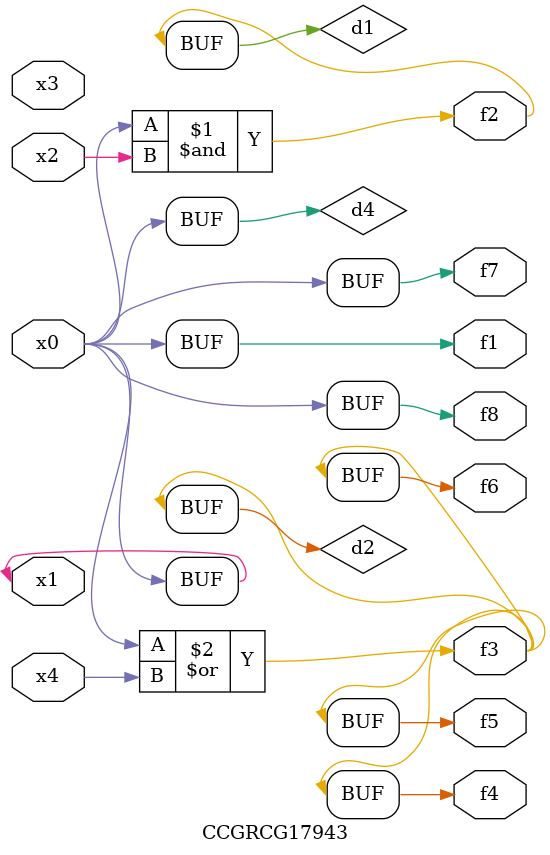
<source format=v>
module CCGRCG17943(
	input x0, x1, x2, x3, x4,
	output f1, f2, f3, f4, f5, f6, f7, f8
);

	wire d1, d2, d3, d4;

	and (d1, x0, x2);
	or (d2, x0, x4);
	nand (d3, x0, x2);
	buf (d4, x0, x1);
	assign f1 = d4;
	assign f2 = d1;
	assign f3 = d2;
	assign f4 = d2;
	assign f5 = d2;
	assign f6 = d2;
	assign f7 = d4;
	assign f8 = d4;
endmodule

</source>
